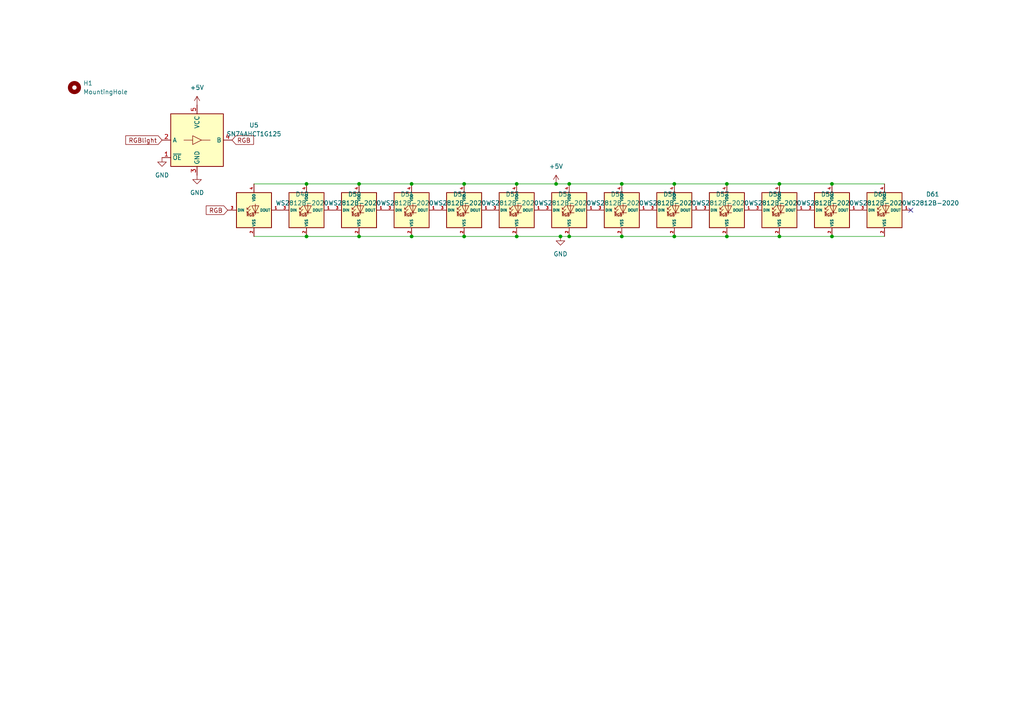
<source format=kicad_sch>
(kicad_sch (version 20211123) (generator eeschema)
  (paper "A4")
  (lib_symbols
    (symbol "Mechanical:MountingHole" (pin_names (offset 1.016))
      (property "Reference" "H" (at 0 5.08 0))
      (property "Value" "MountingHole" (at 0 3.175 0))
      (symbol "MountingHole_0_1"
        (circle (center 0 0) (radius 1.27) (stroke (width 1.27)))
      )
    )
    (symbol "acheron_Symbols:WS2812B-2020" (pin_names (offset 0.254))
      (property "Reference" "D" (at 3.81 8.255 0))
      (property "Value" "WS2812B-2020" (at 2.54 7.62 0))
      (symbol "WS2812B-2020_0_0"
        (text "RGB" (at -1.016 -1.397 0) (effects (font (size 0.762 0.762))))
      )
      (symbol "WS2812B-2020_0_1"
        (polyline (pts (xy -2.032 -0.762) (xy -1.524 -0.762)))
        (polyline (pts (xy -2.032 0.254) (xy -1.524 0.254)))
        (polyline (pts (xy 1.397 -0.762) (xy -0.635 -0.762)))
        (polyline (pts (xy -1.016 0.254) (xy -2.032 -0.762) (xy -2.032 -0.254)))
        (polyline (pts (xy -1.016 1.27) (xy -2.032 0.254) (xy -2.032 0.762)))
        (polyline (pts (xy 0.381 1.778) (xy 0.381 -0.762) (xy 0.381 -1.27)))
        (polyline (pts (xy 1.397 1.27) (xy -0.635 1.27) (xy 0.381 -0.762) (xy 1.397 1.27)))
        (rectangle (start 5.08 5.08) (end -5.08 -5.08) (stroke (width 0.254)) (fill (type background)))
      )
      (symbol "WS2812B-2020_1_1"
        (pin output line (at 7.62 0 180) (length 2.54) (name "DOUT") (number "1"))
        (pin power_in line (at 0 -7.62 90) (length 2.54) (name "VSS") (number "2"))
        (pin input line (at -7.62 0 0) (length 2.54) (name "DIN") (number "3"))
        (pin power_in line (at 0 7.62 270) (length 2.54) (name "VDD") (number "4"))
      )
    )
    (symbol "cipulot_parts:SN74AHCT1G125"
      (property "Reference" "U" (at -6.35 11.43 0))
      (property "Value" "SN74AHCT1G125" (at 3.81 11.43 0))
      (symbol "SN74AHCT1G125_0_1"
        (rectangle (start -7.62 10.16) (end 7.62 -5.08) (stroke (width 0.254)) (fill (type background)))
        (polyline (pts (xy -3.81 2.54) (xy -1.27 2.54)))
        (polyline (pts (xy 3.81 2.54) (xy 1.27 2.54)))
        (polyline (pts (xy -1.27 1.27) (xy -1.27 3.81) (xy 1.27 2.54) (xy -1.27 1.27)))
      )
      (symbol "SN74AHCT1G125_1_1"
        (pin input line (at -10.16 -2.54 0) (length 2.54) (name "~{OE}") (number "1"))
        (pin input line (at -10.16 2.54 0) (length 2.54) (name "A") (number "2"))
        (pin power_in line (at 0 -7.62 90) (length 2.54) (name "GND") (number "3"))
        (pin output line (at 10.16 2.54 180) (length 2.54) (name "B") (number "4"))
        (pin power_in line (at 0 12.7 270) (length 2.54) (name "VCC") (number "5"))
      )
    )
    (symbol "power:+5V" (power) (pin_names (offset 0))
      (property "Value" "+5V" (at 0 3.556 0))
      (symbol "+5V_0_1"
        (polyline (pts (xy -0.762 1.27) (xy 0 2.54)))
        (polyline (pts (xy 0 0) (xy 0 2.54)))
        (polyline (pts (xy 0 2.54) (xy 0.762 1.27)))
      )
      (symbol "+5V_1_1"
        (pin power_in line (at 0 0 90) (length 0) hide (name "+5V") (number "1"))
      )
    )
    (symbol "power:GND" (power) (pin_names (offset 0))
      (property "Value" "GND" (at 0 -3.81 0))
      (symbol "GND_0_1"
        (polyline (pts (xy 0 0) (xy 0 -1.27) (xy 1.27 -1.27) (xy 0 -2.54) (xy -1.27 -1.27) (xy 0 -1.27)))
      )
      (symbol "GND_1_1"
        (pin power_in line (at 0 0 270) (length 0) hide (name "GND") (number "1"))
      )
    )
  )
  (junction (at 162.56 68.58))
  (junction (at 119.38 53.34))
  (junction (at 226.06 53.34))
  (junction (at 195.58 68.58))
  (junction (at 161.29 53.34))
  (junction (at 165.1 53.34))
  (junction (at 226.06 68.58))
  (junction (at 149.86 68.58))
  (junction (at 149.86 53.34))
  (junction (at 104.14 53.34))
  (junction (at 88.9 53.34))
  (junction (at 180.34 68.58))
  (junction (at 165.1 68.58))
  (junction (at 195.58 53.34))
  (junction (at 134.62 68.58))
  (junction (at 241.3 53.34))
  (junction (at 210.82 68.58))
  (junction (at 180.34 53.34))
  (junction (at 241.3 68.58))
  (junction (at 104.14 68.58))
  (junction (at 134.62 53.34))
  (junction (at 88.9 68.58))
  (junction (at 210.82 53.34))
  (junction (at 119.38 68.58))
  (no_connect (at 264.16 60.96))
  (wire (pts (xy 104.14 53.34) (xy 119.38 53.34)))
  (wire (pts (xy 210.82 68.58) (xy 226.06 68.58)))
  (wire (pts (xy 195.58 53.34) (xy 210.82 53.34)))
  (wire (pts (xy 104.14 68.58) (xy 119.38 68.58)))
  (wire (pts (xy 226.06 68.58) (xy 241.3 68.58)))
  (wire (pts (xy 134.62 53.34) (xy 149.86 53.34)))
  (wire (pts (xy 180.34 68.58) (xy 195.58 68.58)))
  (wire (pts (xy 165.1 68.58) (xy 180.34 68.58)))
  (wire (pts (xy 88.9 68.58) (xy 104.14 68.58)))
  (wire (pts (xy 210.82 53.34) (xy 226.06 53.34)))
  (wire (pts (xy 195.58 68.58) (xy 210.82 68.58)))
  (wire (pts (xy 149.86 68.58) (xy 162.56 68.58)))
  (wire (pts (xy 180.34 53.34) (xy 195.58 53.34)))
  (wire (pts (xy 88.9 53.34) (xy 104.14 53.34)))
  (wire (pts (xy 226.06 53.34) (xy 241.3 53.34)))
  (wire (pts (xy 162.56 68.58) (xy 165.1 68.58)))
  (wire (pts (xy 119.38 68.58) (xy 134.62 68.58)))
  (wire (pts (xy 73.66 68.58) (xy 88.9 68.58)))
  (wire (pts (xy 241.3 53.34) (xy 256.54 53.34)))
  (wire (pts (xy 134.62 68.58) (xy 149.86 68.58)))
  (wire (pts (xy 119.38 53.34) (xy 134.62 53.34)))
  (wire (pts (xy 165.1 53.34) (xy 180.34 53.34)))
  (wire (pts (xy 241.3 68.58) (xy 256.54 68.58)))
  (wire (pts (xy 161.29 53.34) (xy 165.1 53.34)))
  (wire (pts (xy 73.66 53.34) (xy 88.9 53.34)))
  (wire (pts (xy 149.86 53.34) (xy 161.29 53.34)))
  (global_label "RGB" (shape input) (at 66.04 60.96 180) (property "Intersheet References" "${INTERSHEET_REFS}" (effects hide)))
  (global_label "RGBlight" (shape input) (at 46.99 40.64 180) (property "Intersheet References" "${INTERSHEET_REFS}" (effects hide)))
  (global_label "RGB" (shape input) (at 67.31 40.64 0) (property "Intersheet References" "${INTERSHEET_REFS}" (effects hide)))
  (symbol (lib_id "acheron_Symbols:WS2812B-2020") (at 149.86 60.96 0) (unit 1)
    (property "Reference" "D54" (at 163.83 56.3499 0))
    (property "Value" "WS2812B-2020" (at 163.83 58.8899 0))
    (property "Footprint" "acheron_Components:LED_WS2812_2020" (effects hide))
    (property "Datasheet" "http://www.world-semi.com/DownLoadFile/112" (effects hide))
  )
  (symbol (lib_id "power:GND") (at 162.56 68.58 0) (unit 1)
    (property "Reference" "#PWR0140" (effects hide))
    (property "Value" "GND" (at 162.56 73.66 0))
  )
  (symbol (lib_id "acheron_Symbols:WS2812B-2020") (at 180.34 60.96 0) (unit 1)
    (property "Reference" "D56" (at 194.31 56.3499 0))
    (property "Value" "WS2812B-2020" (at 194.31 58.8899 0))
    (property "Footprint" "acheron_Components:LED_WS2812_2020" (effects hide))
    (property "Datasheet" "http://www.world-semi.com/DownLoadFile/112" (effects hide))
  )
  (symbol (lib_id "acheron_Symbols:WS2812B-2020") (at 119.38 60.96 0) (unit 1)
    (property "Reference" "D52" (at 133.35 56.3499 0))
    (property "Value" "WS2812B-2020" (at 133.35 58.8899 0))
    (property "Footprint" "acheron_Components:LED_WS2812_2020" (effects hide))
    (property "Datasheet" "http://www.world-semi.com/DownLoadFile/112" (effects hide))
  )
  (symbol (lib_id "acheron_Symbols:WS2812B-2020") (at 73.66 60.96 0) (unit 1)
    (property "Reference" "D49" (at 87.63 56.3499 0))
    (property "Value" "WS2812B-2020" (at 87.63 58.8899 0))
    (property "Footprint" "acheron_Components:LED_WS2812_2020" (effects hide))
    (property "Datasheet" "http://www.world-semi.com/DownLoadFile/112" (effects hide))
  )
  (symbol (lib_id "acheron_Symbols:WS2812B-2020") (at 104.14 60.96 0) (unit 1)
    (property "Reference" "D51" (at 118.11 56.3499 0))
    (property "Value" "WS2812B-2020" (at 118.11 58.8899 0))
    (property "Footprint" "acheron_Components:LED_WS2812_2020" (effects hide))
    (property "Datasheet" "http://www.world-semi.com/DownLoadFile/112" (effects hide))
  )
  (symbol (lib_id "acheron_Symbols:WS2812B-2020") (at 195.58 60.96 0) (unit 1)
    (property "Reference" "D57" (at 209.55 56.3499 0))
    (property "Value" "WS2812B-2020" (at 209.55 58.8899 0))
    (property "Footprint" "acheron_Components:LED_WS2812_2020" (effects hide))
    (property "Datasheet" "http://www.world-semi.com/DownLoadFile/112" (effects hide))
  )
  (symbol (lib_id "acheron_Symbols:WS2812B-2020") (at 241.3 60.96 0) (unit 1)
    (property "Reference" "D60" (at 255.27 56.3499 0))
    (property "Value" "WS2812B-2020" (at 255.27 58.8899 0))
    (property "Footprint" "acheron_Components:LED_WS2812_2020" (effects hide))
    (property "Datasheet" "http://www.world-semi.com/DownLoadFile/112" (effects hide))
  )
  (symbol (lib_id "acheron_Symbols:WS2812B-2020") (at 256.54 60.96 0) (unit 1)
    (property "Reference" "D61" (at 270.51 56.3499 0))
    (property "Value" "WS2812B-2020" (at 270.51 58.8899 0))
    (property "Footprint" "acheron_Components:LED_WS2812_2020" (effects hide))
    (property "Datasheet" "http://www.world-semi.com/DownLoadFile/112" (effects hide))
  )
  (symbol (lib_id "acheron_Symbols:WS2812B-2020") (at 165.1 60.96 0) (unit 1)
    (property "Reference" "D55" (at 179.07 56.3499 0))
    (property "Value" "WS2812B-2020" (at 179.07 58.8899 0))
    (property "Footprint" "acheron_Components:LED_WS2812_2020" (effects hide))
    (property "Datasheet" "http://www.world-semi.com/DownLoadFile/112" (effects hide))
  )
  (symbol (lib_id "power:GND") (at 46.99 45.72 0) (unit 1)
    (property "Reference" "#PWR0136" (effects hide))
    (property "Value" "GND" (at 46.99 50.8 0))
  )
  (symbol (lib_id "power:GND") (at 57.15 50.8 0) (unit 1)
    (property "Reference" "#PWR0138" (effects hide))
    (property "Value" "GND" (at 57.15 55.88 0))
  )
  (symbol (lib_id "Mechanical:MountingHole") (at 21.59 25.4 0) (unit 1)
    (property "Reference" "H1" (at 24.13 24.1299 0) (effects (justify left)))
    (property "Value" "MountingHole" (at 24.13 26.6699 0) (effects (justify left)))
    (property "Footprint" "cipulot_parts:planck-pcb-module" (effects hide))
  )
  (symbol (lib_id "power:+5V") (at 161.29 53.34 0) (unit 1)
    (property "Reference" "#PWR0139" (effects hide))
    (property "Value" "+5V" (at 161.29 48.26 0))
  )
  (symbol (lib_id "acheron_Symbols:WS2812B-2020") (at 210.82 60.96 0) (unit 1)
    (property "Reference" "D58" (at 224.79 56.3499 0))
    (property "Value" "WS2812B-2020" (at 224.79 58.8899 0))
    (property "Footprint" "acheron_Components:LED_WS2812_2020" (effects hide))
    (property "Datasheet" "http://www.world-semi.com/DownLoadFile/112" (effects hide))
  )
  (symbol (lib_id "acheron_Symbols:WS2812B-2020") (at 226.06 60.96 0) (unit 1)
    (property "Reference" "D59" (at 240.03 56.3499 0))
    (property "Value" "WS2812B-2020" (at 240.03 58.8899 0))
    (property "Footprint" "acheron_Components:LED_WS2812_2020" (effects hide))
    (property "Datasheet" "http://www.world-semi.com/DownLoadFile/112" (effects hide))
  )
  (symbol (lib_id "power:+5V") (at 57.15 30.48 0) (unit 1)
    (property "Reference" "#PWR0137" (effects hide))
    (property "Value" "+5V" (at 57.15 25.4 0))
  )
  (symbol (lib_id "cipulot_parts:SN74AHCT1G125") (at 57.15 43.18 0) (unit 1)
    (property "Reference" "U5" (at 73.66 36.3093 0))
    (property "Value" "SN74AHCT1G125" (at 73.66 38.8493 0))
    (property "Footprint" "Package_TO_SOT_SMD:SOT-23-5" (effects hide))
    (property "Datasheet" "https://www.ti.com/cn/lit/ds/symlink/sn74ahct1g125.pdf?ts=1660138492922" (effects hide))
  )
  (symbol (lib_id "acheron_Symbols:WS2812B-2020") (at 134.62 60.96 0) (unit 1)
    (property "Reference" "D53" (at 148.59 56.3499 0))
    (property "Value" "WS2812B-2020" (at 148.59 58.8899 0))
    (property "Footprint" "acheron_Components:LED_WS2812_2020" (effects hide))
    (property "Datasheet" "http://www.world-semi.com/DownLoadFile/112" (effects hide))
  )
  (symbol (lib_id "acheron_Symbols:WS2812B-2020") (at 88.9 60.96 0) (unit 1)
    (property "Reference" "D50" (at 102.87 56.3499 0))
    (property "Value" "WS2812B-2020" (at 102.87 58.8899 0))
    (property "Footprint" "acheron_Components:LED_WS2812_2020" (effects hide))
    (property "Datasheet" "http://www.world-semi.com/DownLoadFile/112" (effects hide))
  )
)
</source>
